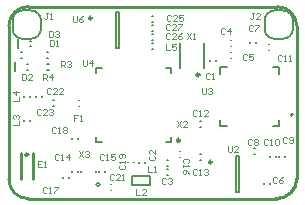
<source format=gto>
G04*
G04 #@! TF.GenerationSoftware,Altium Limited,Altium Designer,21.3.2 (30)*
G04*
G04 Layer_Color=65535*
%FSLAX25Y25*%
%MOIN*%
G70*
G04*
G04 #@! TF.SameCoordinates,A34A3340-7ABE-472C-AE94-605A2DEBF9E2*
G04*
G04*
G04 #@! TF.FilePolarity,Positive*
G04*
G01*
G75*
%ADD10C,0.00984*%
%ADD11C,0.00600*%
%ADD12C,0.01000*%
%ADD13C,0.00787*%
%ADD14C,0.01000*%
%ADD15C,0.00500*%
%ADD16C,0.00300*%
%ADD17C,0.00200*%
D10*
X67713Y12197D02*
G03*
X67713Y12197I-492J0D01*
G01*
X27713Y60197D02*
G03*
X27713Y60197I-492J0D01*
G01*
X63591Y41244D02*
G03*
X63591Y41244I-492J0D01*
G01*
X57067Y19402D02*
G03*
X57067Y19402I-492J0D01*
G01*
D11*
X1276Y56608D02*
G03*
X4608Y53276I3332J0D01*
G01*
Y62724D02*
G03*
X1276Y59392I0J-3332D01*
G01*
X10724D02*
G03*
X7392Y62724I-3332J0D01*
G01*
Y53276D02*
G03*
X10724Y56608I0J3332D01*
G01*
X91392Y53276D02*
G03*
X94724Y56608I0J3332D01*
G01*
Y59392D02*
G03*
X91392Y62724I-3332J0D01*
G01*
X88608D02*
G03*
X85276Y59392I0J-3332D01*
G01*
Y56608D02*
G03*
X88608Y53276I3332J0D01*
G01*
X30281Y4701D02*
G03*
X30281Y4701I-557J0D01*
G01*
X10724Y56608D02*
Y59392D01*
X4608Y53276D02*
X7392D01*
X1276Y56608D02*
Y59392D01*
X4608Y62724D02*
X7392D01*
X88608D02*
X91392D01*
X85276Y56608D02*
Y59392D01*
X88608Y53276D02*
X91392D01*
X94724Y56608D02*
Y59392D01*
X47890Y59000D02*
X48047D01*
X47890Y61000D02*
X48047D01*
X23333Y33000D02*
X23490D01*
X23333Y31000D02*
X23490D01*
X6972Y52684D02*
X7287D01*
X6972Y50716D02*
X7287D01*
X3193Y50125D02*
Y53275D01*
X47890Y53000D02*
X48047D01*
X47890Y55000D02*
X48047D01*
X47890Y58000D02*
X48047D01*
X47890Y56000D02*
X48047D01*
X52890Y13000D02*
X53047D01*
X52890Y11000D02*
X53047D01*
X67000Y45890D02*
Y46047D01*
X69000Y45890D02*
Y46047D01*
X14890Y33000D02*
X15047D01*
X14890Y31000D02*
X15047D01*
X33953Y3000D02*
X34110D01*
X33953Y5000D02*
X34110D01*
X87000Y4953D02*
Y5110D01*
X85000Y4953D02*
Y5110D01*
X89000Y13953D02*
Y14110D01*
X87000Y13953D02*
Y14110D01*
X81890Y17000D02*
X82047D01*
X81890Y15000D02*
X82047D01*
X82300Y51921D02*
Y52079D01*
X80300Y51921D02*
Y52079D01*
X86721Y51500D02*
X86879D01*
X86721Y49500D02*
X86879D01*
X73953Y47000D02*
X74110D01*
X73953Y49000D02*
X74110D01*
X12719Y47000D02*
X13218D01*
X12719Y49000D02*
X13218D01*
X5000Y25890D02*
Y26047D01*
X7000Y25890D02*
Y26047D01*
X5000Y33890D02*
Y34047D01*
X7000Y33890D02*
Y34047D01*
X9000Y33890D02*
Y34047D01*
X11000Y33890D02*
Y34047D01*
X47890Y52000D02*
X48047D01*
X47890Y50000D02*
X48047D01*
X52890Y10000D02*
X53047D01*
X52890Y8000D02*
X53047D01*
X73953Y53000D02*
X74110D01*
X73953Y51000D02*
X74110D01*
X90000Y13953D02*
Y14110D01*
X92000Y13953D02*
Y14110D01*
X300Y46425D02*
Y49575D01*
X4079Y47016D02*
X4394D01*
X4079Y48984D02*
X4394D01*
X12781Y43000D02*
X13282D01*
X12781Y45000D02*
X13282D01*
X2193Y42425D02*
Y45575D01*
X5972Y43016D02*
X6287D01*
X5972Y44984D02*
X6287D01*
X18000Y6953D02*
Y7110D01*
X20000Y6953D02*
Y7110D01*
X41900Y12090D02*
Y12247D01*
X39900Y12090D02*
Y12247D01*
X45500Y12021D02*
Y12179D01*
X43500Y12021D02*
Y12179D01*
X56921Y14000D02*
X57079D01*
X56921Y16000D02*
X57079D01*
X63890Y26000D02*
X64047D01*
X63890Y24000D02*
X64047D01*
X63890Y15000D02*
X64047D01*
X63890Y13000D02*
X64047D01*
X21000Y19953D02*
Y20110D01*
X23000Y19953D02*
Y20110D01*
X21000Y8953D02*
Y9110D01*
X23000Y8953D02*
Y9110D01*
X24213Y8835D02*
Y9228D01*
X28937Y8835D02*
Y9228D01*
X32000Y8890D02*
Y9047D01*
X30000Y8890D02*
Y9047D01*
D12*
X6500Y14654D02*
G03*
X6500Y14654I-500J0D01*
G01*
X6449Y64000D02*
G03*
X0Y57551I0J-6449D01*
G01*
X96000Y57551D02*
G03*
X89551Y64000I-6449J0D01*
G01*
X89183Y7D02*
G03*
X96000Y6824I0J6817D01*
G01*
X0Y6429D02*
G03*
X6412Y17I6412J0D01*
G01*
X7969Y6386D02*
Y15048D01*
X4031Y6386D02*
Y15048D01*
X6449Y64000D02*
X11000D01*
X0Y55000D02*
Y57551D01*
X96000Y6824D02*
Y57551D01*
X6412Y17D02*
X89183Y7D01*
X0Y6429D02*
Y55000D01*
X11000Y64000D02*
X89551D01*
X89551Y0D02*
G03*
X96000Y6449I0J6449D01*
G01*
X96005Y57559D02*
G03*
X96000Y57554I0J-5D01*
G01*
X96005Y57559D02*
G03*
X89555Y64008I-6449J0D01*
G01*
X6449Y64000D02*
G03*
X0Y57551I0J-6449D01*
G01*
Y6449D02*
G03*
X6449Y0I6449J0D01*
G01*
X96000Y6449D02*
Y57554D01*
X0Y6449D02*
Y57551D01*
X6449Y0D02*
X89551D01*
X6449Y64000D02*
X89555Y64000D01*
D13*
X94661Y28000D02*
G03*
X94661Y28000I-394J0D01*
G01*
X76866Y2354D02*
Y14165D01*
X75685Y2354D02*
Y14165D01*
Y2354D02*
X76866D01*
X75685Y14165D02*
X76866D01*
X35685Y62165D02*
X36866D01*
X35685Y50354D02*
X36866D01*
X35685D02*
Y62165D01*
X36866Y50354D02*
Y62165D01*
X57095Y43606D02*
Y51874D01*
X64969Y43606D02*
Y51874D01*
X52244Y43614D02*
X54016D01*
Y41842D02*
Y43614D01*
X52244Y18811D02*
X54016D01*
Y20583D01*
X29213Y43614D02*
X30984D01*
X29213Y41842D02*
Y43614D01*
Y18811D02*
Y20583D01*
Y18811D02*
X30984D01*
D14*
X96000Y52000D02*
D03*
D15*
X90134Y24063D02*
Y26209D01*
Y41602D02*
Y43748D01*
X70449Y24063D02*
Y26209D01*
Y41602D02*
Y43748D01*
X87988Y24063D02*
X90134D01*
X87988Y43748D02*
X90134D01*
X70449Y24063D02*
X72594D01*
X70449Y43748D02*
X72594D01*
X41000Y7500D02*
X47000D01*
X41000Y4500D02*
Y7500D01*
Y4500D02*
X47000D01*
Y7500D01*
D16*
X53967Y60966D02*
X53634Y61300D01*
X52967D01*
X52634Y60966D01*
Y59634D01*
X52967Y59300D01*
X53634D01*
X53967Y59634D01*
X55966Y59300D02*
X54634D01*
X55966Y60633D01*
Y60966D01*
X55633Y61300D01*
X54967D01*
X54634Y60966D01*
X57966Y61300D02*
X56633D01*
Y60300D01*
X57299Y60633D01*
X57633D01*
X57966Y60300D01*
Y59634D01*
X57633Y59300D01*
X56966D01*
X56633Y59634D01*
X59567Y55200D02*
X60900Y53200D01*
Y55200D02*
X59567Y53200D01*
X61566D02*
X62233D01*
X61900D01*
Y55200D01*
X61566Y54866D01*
X21334Y61000D02*
Y59334D01*
X21667Y59000D01*
X22334D01*
X22667Y59334D01*
Y61000D01*
X24666D02*
X24000Y60667D01*
X23333Y60000D01*
Y59334D01*
X23666Y59000D01*
X24333D01*
X24666Y59334D01*
Y59667D01*
X24333Y60000D01*
X23333D01*
X23000Y28000D02*
X21667D01*
Y27000D01*
X22333D01*
X21667D01*
Y26000D01*
X23666D02*
X24333D01*
X24000D01*
Y28000D01*
X23666Y27667D01*
D17*
X67000Y41666D02*
X66667Y42000D01*
X66000D01*
X65667Y41666D01*
Y40334D01*
X66000Y40000D01*
X66667D01*
X67000Y40334D01*
X67666Y40000D02*
X68333D01*
X68000D01*
Y42000D01*
X67666Y41666D01*
X13334Y56000D02*
Y54000D01*
X14334D01*
X14667Y54334D01*
Y55667D01*
X14334Y56000D01*
X13334D01*
X15333Y55667D02*
X15666Y56000D01*
X16333D01*
X16666Y55667D01*
Y55333D01*
X16333Y55000D01*
X16000D01*
X16333D01*
X16666Y54667D01*
Y54334D01*
X16333Y54000D01*
X15666D01*
X15333Y54334D01*
X81567Y57666D02*
X81234Y58000D01*
X80567D01*
X80234Y57666D01*
Y56334D01*
X80567Y56000D01*
X81234D01*
X81567Y56334D01*
X82233Y58000D02*
X83566D01*
Y57666D01*
X82233Y56334D01*
Y56000D01*
X91167Y47666D02*
X90834Y48000D01*
X90167D01*
X89834Y47666D01*
Y46334D01*
X90167Y46000D01*
X90834D01*
X91167Y46334D01*
X91833Y46000D02*
X92500D01*
X92167D01*
Y48000D01*
X91833Y47666D01*
X93499Y46000D02*
X94166D01*
X93833D01*
Y48000D01*
X93499Y47666D01*
X79567Y47767D02*
X79234Y48100D01*
X78567D01*
X78234Y47767D01*
Y46434D01*
X78567Y46100D01*
X79234D01*
X79567Y46434D01*
X81566Y48100D02*
X80233D01*
Y47100D01*
X80900Y47433D01*
X81233D01*
X81566Y47100D01*
Y46434D01*
X81233Y46100D01*
X80567D01*
X80233Y46434D01*
X35100Y7867D02*
X34767Y8200D01*
X34101D01*
X33767Y7867D01*
Y6534D01*
X34101Y6200D01*
X34767D01*
X35100Y6534D01*
X37100Y6200D02*
X35767D01*
X37100Y7533D01*
Y7867D01*
X36766Y8200D01*
X36100D01*
X35767Y7867D01*
X37766Y6200D02*
X38433D01*
X38099D01*
Y8200D01*
X37766Y7867D01*
X73234Y17400D02*
Y15734D01*
X73567Y15400D01*
X74234D01*
X74567Y15734D01*
Y17400D01*
X76566Y15400D02*
X75233D01*
X76566Y16733D01*
Y17066D01*
X76233Y17400D01*
X75567D01*
X75233Y17066D01*
X81667Y62000D02*
X81000D01*
X81334D01*
Y60334D01*
X81000Y60000D01*
X80667D01*
X80334Y60334D01*
X83666Y60000D02*
X82333D01*
X83666Y61333D01*
Y61667D01*
X83333Y62000D01*
X82666D01*
X82333Y61667D01*
X64334Y37000D02*
Y35334D01*
X64667Y35000D01*
X65334D01*
X65667Y35334D01*
Y37000D01*
X66333Y36667D02*
X66667Y37000D01*
X67333D01*
X67666Y36667D01*
Y36333D01*
X67333Y36000D01*
X67000D01*
X67333D01*
X67666Y35667D01*
Y35334D01*
X67333Y35000D01*
X66667D01*
X66333Y35334D01*
X11534Y39500D02*
Y41500D01*
X12534D01*
X12867Y41166D01*
Y40500D01*
X12534Y40167D01*
X11534D01*
X12200D02*
X12867Y39500D01*
X14533D02*
Y41500D01*
X13533Y40500D01*
X14866D01*
X52334Y51400D02*
Y49400D01*
X53667D01*
X55666Y51400D02*
X54333D01*
Y50400D01*
X55000Y50733D01*
X55333D01*
X55666Y50400D01*
Y49734D01*
X55333Y49400D01*
X54667D01*
X54333Y49734D01*
X13000Y62000D02*
X12333D01*
X12667D01*
Y60334D01*
X12333Y60000D01*
X12000D01*
X11667Y60334D01*
X13667Y60000D02*
X14333D01*
X14000D01*
Y62000D01*
X13667Y61667D01*
X4534Y41500D02*
Y39500D01*
X5534D01*
X5867Y39834D01*
Y41166D01*
X5534Y41500D01*
X4534D01*
X7866Y39500D02*
X6533D01*
X7866Y40833D01*
Y41166D01*
X7533Y41500D01*
X6866D01*
X6533Y41166D01*
X13667Y53000D02*
Y51000D01*
X14667D01*
X15000Y51334D01*
Y52666D01*
X14667Y53000D01*
X13667D01*
X15666Y51000D02*
X16333D01*
X16000D01*
Y53000D01*
X15666Y52666D01*
X86434Y19667D02*
X86101Y20000D01*
X85434D01*
X85101Y19667D01*
Y18334D01*
X85434Y18000D01*
X86101D01*
X86434Y18334D01*
X87100Y18000D02*
X87767D01*
X87433D01*
Y20000D01*
X87100Y19667D01*
X88766D02*
X89100Y20000D01*
X89766D01*
X90099Y19667D01*
Y18334D01*
X89766Y18000D01*
X89100D01*
X88766Y18334D01*
Y19667D01*
X92767Y20267D02*
X92434Y20600D01*
X91767D01*
X91434Y20267D01*
Y18934D01*
X91767Y18600D01*
X92434D01*
X92767Y18934D01*
X93433D02*
X93766Y18600D01*
X94433D01*
X94766Y18934D01*
Y20267D01*
X94433Y20600D01*
X93766D01*
X93433Y20267D01*
Y19933D01*
X93766Y19600D01*
X94766D01*
X81067Y19667D02*
X80734Y20000D01*
X80067D01*
X79734Y19667D01*
Y18334D01*
X80067Y18000D01*
X80734D01*
X81067Y18334D01*
X81733Y19667D02*
X82067Y20000D01*
X82733D01*
X83066Y19667D01*
Y19333D01*
X82733Y19000D01*
X83066Y18667D01*
Y18334D01*
X82733Y18000D01*
X82067D01*
X81733Y18334D01*
Y18667D01*
X82067Y19000D01*
X81733Y19333D01*
Y19667D01*
X82067Y19000D02*
X82733D01*
X72167Y56666D02*
X71834Y57000D01*
X71167D01*
X70834Y56666D01*
Y55334D01*
X71167Y55000D01*
X71834D01*
X72167Y55334D01*
X73833Y55000D02*
Y57000D01*
X72833Y56000D01*
X74166D01*
X52367Y6466D02*
X52034Y6800D01*
X51367D01*
X51034Y6466D01*
Y5134D01*
X51367Y4800D01*
X52034D01*
X52367Y5134D01*
X53033Y6466D02*
X53367Y6800D01*
X54033D01*
X54366Y6466D01*
Y6133D01*
X54033Y5800D01*
X53700D01*
X54033D01*
X54366Y5467D01*
Y5134D01*
X54033Y4800D01*
X53367D01*
X53033Y5134D01*
X47234Y14067D02*
X46900Y13734D01*
Y13067D01*
X47234Y12734D01*
X48566D01*
X48900Y13067D01*
Y13734D01*
X48566Y14067D01*
X48900Y16066D02*
Y14733D01*
X47567Y16066D01*
X47234D01*
X46900Y15733D01*
Y15067D01*
X47234Y14733D01*
X89567Y6966D02*
X89234Y7300D01*
X88567D01*
X88234Y6966D01*
Y5634D01*
X88567Y5300D01*
X89234D01*
X89567Y5634D01*
X91566Y7300D02*
X90900Y6966D01*
X90233Y6300D01*
Y5634D01*
X90566Y5300D01*
X91233D01*
X91566Y5634D01*
Y5967D01*
X91233Y6300D01*
X90233D01*
X53667Y57867D02*
X53334Y58200D01*
X52667D01*
X52334Y57867D01*
Y56534D01*
X52667Y56200D01*
X53334D01*
X53667Y56534D01*
X55666Y56200D02*
X54334D01*
X55666Y57533D01*
Y57867D01*
X55333Y58200D01*
X54667D01*
X54334Y57867D01*
X56333Y58200D02*
X57666D01*
Y57867D01*
X56333Y56534D01*
Y56200D01*
X53667Y54766D02*
X53334Y55100D01*
X52667D01*
X52334Y54766D01*
Y53434D01*
X52667Y53100D01*
X53334D01*
X53667Y53434D01*
X55666Y53100D02*
X54334D01*
X55666Y54433D01*
Y54766D01*
X55333Y55100D01*
X54667D01*
X54334Y54766D01*
X57666Y55100D02*
X56999Y54766D01*
X56333Y54100D01*
Y53434D01*
X56666Y53100D01*
X57333D01*
X57666Y53434D01*
Y53767D01*
X57333Y54100D01*
X56333D01*
X56234Y26000D02*
X57567Y24000D01*
Y26000D02*
X56234Y24000D01*
X59566D02*
X58233D01*
X59566Y25333D01*
Y25666D01*
X59233Y26000D01*
X58566D01*
X58233Y25666D01*
X23334Y16000D02*
X24667Y14000D01*
Y16000D02*
X23334Y14000D01*
X25333Y15666D02*
X25666Y16000D01*
X26333D01*
X26666Y15666D01*
Y15333D01*
X26333Y15000D01*
X26000D01*
X26333D01*
X26666Y14667D01*
Y14334D01*
X26333Y14000D01*
X25666D01*
X25333Y14334D01*
X24834Y46100D02*
Y44434D01*
X25167Y44100D01*
X25834D01*
X26167Y44434D01*
Y46100D01*
X27833Y44100D02*
Y46100D01*
X26833Y45100D01*
X28166D01*
X17334Y44000D02*
Y46000D01*
X18334D01*
X18667Y45667D01*
Y45000D01*
X18334Y44667D01*
X17334D01*
X18000D02*
X18667Y44000D01*
X19333Y45667D02*
X19667Y46000D01*
X20333D01*
X20666Y45667D01*
Y45333D01*
X20333Y45000D01*
X20000D01*
X20333D01*
X20666Y44667D01*
Y44334D01*
X20333Y44000D01*
X19667D01*
X19333Y44334D01*
X1400Y32434D02*
X3400D01*
Y33767D01*
Y35433D02*
X1400D01*
X2400Y34433D01*
Y35766D01*
X1500Y24534D02*
X3500D01*
Y25867D01*
X1833Y26533D02*
X1500Y26866D01*
Y27533D01*
X1833Y27866D01*
X2167D01*
X2500Y27533D01*
Y27200D01*
Y27533D01*
X2833Y27866D01*
X3166D01*
X3500Y27533D01*
Y26866D01*
X3166Y26533D01*
X42334Y3300D02*
Y1300D01*
X43667D01*
X45666D02*
X44333D01*
X45666Y2633D01*
Y2967D01*
X45333Y3300D01*
X44666D01*
X44333Y2967D01*
X46267Y10900D02*
Y8900D01*
X47600D01*
X48266D02*
X48933D01*
X48600D01*
Y10900D01*
X48266Y10566D01*
X11000Y12410D02*
X9667D01*
Y10410D01*
X11000D01*
X9667Y11410D02*
X10334D01*
X11666Y10410D02*
X12333D01*
X12000D01*
Y12410D01*
X11666Y12077D01*
X10667Y29667D02*
X10334Y30000D01*
X9667D01*
X9334Y29667D01*
Y28334D01*
X9667Y28000D01*
X10334D01*
X10667Y28334D01*
X12666Y28000D02*
X11333D01*
X12666Y29333D01*
Y29667D01*
X12333Y30000D01*
X11667D01*
X11333Y29667D01*
X13333D02*
X13666Y30000D01*
X14333D01*
X14666Y29667D01*
Y29333D01*
X14333Y29000D01*
X13999D01*
X14333D01*
X14666Y28667D01*
Y28334D01*
X14333Y28000D01*
X13666D01*
X13333Y28334D01*
X14167Y36467D02*
X13834Y36800D01*
X13167D01*
X12834Y36467D01*
Y35134D01*
X13167Y34800D01*
X13834D01*
X14167Y35134D01*
X16166Y34800D02*
X14833D01*
X16166Y36133D01*
Y36467D01*
X15833Y36800D01*
X15167D01*
X14833Y36467D01*
X18166Y34800D02*
X16833D01*
X18166Y36133D01*
Y36467D01*
X17833Y36800D01*
X17166D01*
X16833Y36467D01*
X15834Y23666D02*
X15500Y24000D01*
X14834D01*
X14501Y23666D01*
Y22334D01*
X14834Y22000D01*
X15500D01*
X15834Y22334D01*
X16500Y22000D02*
X17167D01*
X16833D01*
Y24000D01*
X16500Y23666D01*
X18166D02*
X18499Y24000D01*
X19166D01*
X19499Y23666D01*
Y23333D01*
X19166Y23000D01*
X19499Y22667D01*
Y22334D01*
X19166Y22000D01*
X18499D01*
X18166Y22334D01*
Y22667D01*
X18499Y23000D01*
X18166Y23333D01*
Y23666D01*
X18499Y23000D02*
X19166D01*
X12834Y3667D02*
X12501Y4000D01*
X11834D01*
X11501Y3667D01*
Y2334D01*
X11834Y2000D01*
X12501D01*
X12834Y2334D01*
X13500Y2000D02*
X14167D01*
X13833D01*
Y4000D01*
X13500Y3667D01*
X15166Y4000D02*
X16499D01*
Y3667D01*
X15166Y2334D01*
Y2000D01*
X36933Y11134D02*
X36600Y10801D01*
Y10134D01*
X36933Y9801D01*
X38266D01*
X38600Y10134D01*
Y10801D01*
X38266Y11134D01*
X38600Y11800D02*
Y12467D01*
Y12133D01*
X36600D01*
X36933Y11800D01*
X38266Y13466D02*
X38600Y13800D01*
Y14466D01*
X38266Y14799D01*
X36933D01*
X36600Y14466D01*
Y13800D01*
X36933Y13466D01*
X37267D01*
X37600Y13800D01*
Y14799D01*
X59767Y11966D02*
X60100Y12299D01*
Y12966D01*
X59767Y13299D01*
X58434D01*
X58100Y12966D01*
Y12299D01*
X58434Y11966D01*
X58100Y11300D02*
Y10633D01*
Y10967D01*
X60100D01*
X59767Y11300D01*
X60100Y8301D02*
X59767Y8967D01*
X59100Y9634D01*
X58434D01*
X58100Y9301D01*
Y8634D01*
X58434Y8301D01*
X58767D01*
X59100Y8634D01*
Y9634D01*
X31634Y14667D02*
X31301Y15000D01*
X30634D01*
X30301Y14667D01*
Y13334D01*
X30634Y13000D01*
X31301D01*
X31634Y13334D01*
X32300Y13000D02*
X32967D01*
X32633D01*
Y15000D01*
X32300Y14667D01*
X35299Y15000D02*
X33966D01*
Y14000D01*
X34633Y14333D01*
X34966D01*
X35299Y14000D01*
Y13334D01*
X34966Y13000D01*
X34299D01*
X33966Y13334D01*
X16834Y14667D02*
X16500Y15000D01*
X15834D01*
X15501Y14667D01*
Y13334D01*
X15834Y13000D01*
X16500D01*
X16834Y13334D01*
X17500Y13000D02*
X18167D01*
X17833D01*
Y15000D01*
X17500Y14667D01*
X20166Y13000D02*
Y15000D01*
X19166Y14000D01*
X20499D01*
X62834Y9667D02*
X62501Y10000D01*
X61834D01*
X61501Y9667D01*
Y8334D01*
X61834Y8000D01*
X62501D01*
X62834Y8334D01*
X63500Y8000D02*
X64167D01*
X63833D01*
Y10000D01*
X63500Y9667D01*
X65166D02*
X65500Y10000D01*
X66166D01*
X66499Y9667D01*
Y9333D01*
X66166Y9000D01*
X65833D01*
X66166D01*
X66499Y8667D01*
Y8334D01*
X66166Y8000D01*
X65500D01*
X65166Y8334D01*
X62734Y29067D02*
X62401Y29400D01*
X61734D01*
X61401Y29067D01*
Y27734D01*
X61734Y27400D01*
X62401D01*
X62734Y27734D01*
X63400Y27400D02*
X64067D01*
X63733D01*
Y29400D01*
X63400Y29067D01*
X66399Y27400D02*
X65066D01*
X66399Y28733D01*
Y29067D01*
X66066Y29400D01*
X65399D01*
X65066Y29067D01*
M02*

</source>
